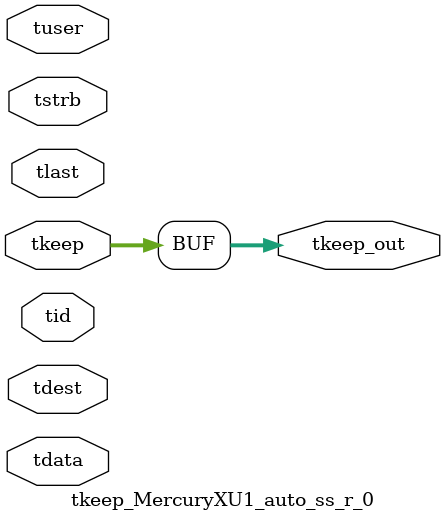
<source format=v>


`timescale 1ps/1ps

module tkeep_MercuryXU1_auto_ss_r_0 #
(
parameter C_S_AXIS_TDATA_WIDTH = 32,
parameter C_S_AXIS_TUSER_WIDTH = 0,
parameter C_S_AXIS_TID_WIDTH   = 0,
parameter C_S_AXIS_TDEST_WIDTH = 0,
parameter C_M_AXIS_TDATA_WIDTH = 32
)
(
input  [(C_S_AXIS_TDATA_WIDTH == 0 ? 1 : C_S_AXIS_TDATA_WIDTH)-1:0     ] tdata,
input  [(C_S_AXIS_TUSER_WIDTH == 0 ? 1 : C_S_AXIS_TUSER_WIDTH)-1:0     ] tuser,
input  [(C_S_AXIS_TID_WIDTH   == 0 ? 1 : C_S_AXIS_TID_WIDTH)-1:0       ] tid,
input  [(C_S_AXIS_TDEST_WIDTH == 0 ? 1 : C_S_AXIS_TDEST_WIDTH)-1:0     ] tdest,
input  [(C_S_AXIS_TDATA_WIDTH/8)-1:0 ] tkeep,
input  [(C_S_AXIS_TDATA_WIDTH/8)-1:0 ] tstrb,
input                                                                    tlast,
output [(C_M_AXIS_TDATA_WIDTH/8)-1:0 ] tkeep_out
);

assign tkeep_out = {tkeep[3:0]};

endmodule


</source>
